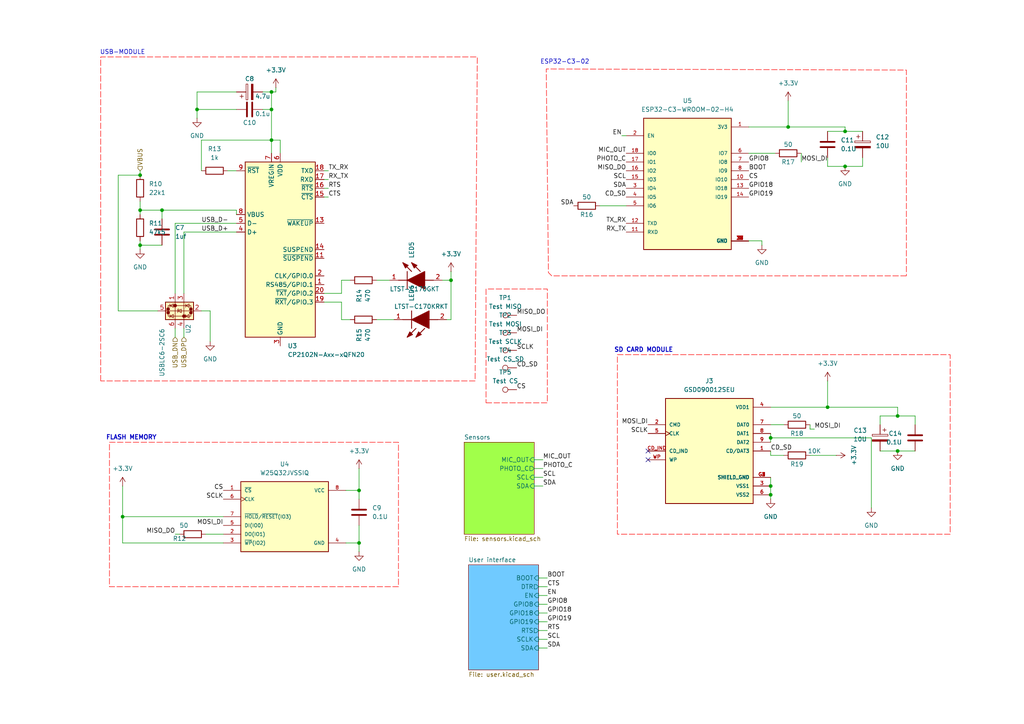
<source format=kicad_sch>
(kicad_sch (version 20250114) (generator "eeschema") (generator_version "9.0")
  (paper "A4")
  (lib_symbols
    (symbol "Connector:TestPoint" (pin_numbers (hide yes)) (pin_names (offset 0.762) (hide yes))
      (property "Reference" "TP" (at 0 6.858 0))
      (property "Value" "TestPoint" (at 0 5.08 0))
      (symbol "TestPoint_0_1"
        (circle (center 0 3.302) (radius 0.762))
      )
      (symbol "TestPoint_1_1"
        (pin passive line (at 0 0 90) (length 2.54) (name "1") (number "1"))
      )
    )
    (symbol "Device:C" (pin_numbers (hide yes)) (pin_names (offset 0.254))
      (property "Reference" "C" (at 0.635 2.54 0))
      (property "Value" "C" (at 0.635 -2.54 0))
      (symbol "C_0_1"
        (polyline (pts (xy -2.032 0.762) (xy 2.032 0.762)) (stroke (width 0.508)))
        (polyline (pts (xy -2.032 -0.762) (xy 2.032 -0.762)) (stroke (width 0.508)))
      )
      (symbol "C_1_1"
        (pin passive line (at 0 3.81 270) (length 2.794) (name "~") (number "1"))
        (pin passive line (at 0 -3.81 90) (length 2.794) (name "~") (number "2"))
      )
    )
    (symbol "Device:C_Polarized" (pin_numbers (hide yes)) (pin_names (offset 0.254))
      (property "Reference" "C" (at 0.635 2.54 0))
      (property "Value" "C_Polarized" (at 0.635 -2.54 0))
      (symbol "C_Polarized_0_1"
        (rectangle (start -2.286 0.508) (end 2.286 1.016))
        (polyline (pts (xy -1.778 2.286) (xy -0.762 2.286)))
        (polyline (pts (xy -1.27 2.794) (xy -1.27 1.778)))
        (rectangle (start 2.286 -0.508) (end -2.286 -1.016) (fill (type outline)))
      )
      (symbol "C_Polarized_1_1"
        (pin passive line (at 0 3.81 270) (length 2.794) (name "~") (number "1"))
        (pin passive line (at 0 -3.81 90) (length 2.794) (name "~") (number "2"))
      )
    )
    (symbol "Device:R" (pin_numbers (hide yes)) (pin_names (offset 0))
      (property "Reference" "R" (at 2.032 0 90))
      (property "Value" "R" (at 0 0 90))
      (symbol "R_0_1"
        (rectangle (start -1.016 -2.54) (end 1.016 2.54) (stroke (width 0.254)))
      )
      (symbol "R_1_1"
        (pin passive line (at 0 3.81 270) (length 1.27) (name "~") (number "1"))
        (pin passive line (at 0 -3.81 90) (length 1.27) (name "~") (number "2"))
      )
    )
    (symbol "ESP32-C3-WROOM-02-H4:ESP32-C3-WROOM-02-H4" (pin_names (offset 1.016))
      (property "Reference" "U" (at -12.7 21.082 0))
      (property "Value" "ESP32-C3-WROOM-02-H4" (at -12.7 -18.542 0))
      (symbol "ESP32-C3-WROOM-02-H4_0_0"
        (rectangle (start -12.7 -17.78) (end 12.7 20.32) (stroke (width 0.254)) (fill (type background)))
        (pin input line (at -17.78 15.24 0) (length 5.08) (name "EN") (number "2"))
        (pin bidirectional line (at -17.78 10.16 0) (length 5.08) (name "IO0") (number "18"))
        (pin bidirectional line (at -17.78 7.62 0) (length 5.08) (name "IO1") (number "17"))
        (pin bidirectional line (at -17.78 5.08 0) (length 5.08) (name "IO2") (number "16"))
        (pin bidirectional line (at -17.78 2.54 0) (length 5.08) (name "IO3") (number "15"))
        (pin bidirectional line (at -17.78 0 0) (length 5.08) (name "IO4") (number "3"))
        (pin bidirectional line (at -17.78 -2.54 0) (length 5.08) (name "IO5") (number "4"))
        (pin bidirectional line (at -17.78 -5.08 0) (length 5.08) (name "IO6") (number "5"))
        (pin bidirectional line (at -17.78 -10.16 0) (length 5.08) (name "TXD") (number "12"))
        (pin bidirectional line (at -17.78 -12.7 0) (length 5.08) (name "RXD") (number "11"))
        (pin power_in line (at 17.78 17.78 180) (length 5.08) (name "3V3") (number "1"))
        (pin bidirectional line (at 17.78 10.16 180) (length 5.08) (name "IO7") (number "6"))
        (pin bidirectional line (at 17.78 7.62 180) (length 5.08) (name "IO8") (number "7"))
        (pin bidirectional line (at 17.78 5.08 180) (length 5.08) (name "IO9") (number "8"))
        (pin bidirectional line (at 17.78 2.54 180) (length 5.08) (name "IO10") (number "10"))
        (pin bidirectional line (at 17.78 0 180) (length 5.08) (name "IO18") (number "13"))
        (pin bidirectional line (at 17.78 -2.54 180) (length 5.08) (name "IO19") (number "14"))
        (pin power_in line (at 17.78 -15.24 180) (length 5.08) (name "GND") (number "19"))
        (pin power_in line (at 17.78 -15.24 180) (length 5.08) (name "GND") (number "20"))
        (pin power_in line (at 17.78 -15.24 180) (length 5.08) (name "GND") (number "21"))
        (pin power_in line (at 17.78 -15.24 180) (length 5.08) (name "GND") (number "22"))
        (pin power_in line (at 17.78 -15.24 180) (length 5.08) (name "GND") (number "23"))
        (pin power_in line (at 17.78 -15.24 180) (length 5.08) (name "GND") (number "24"))
        (pin power_in line (at 17.78 -15.24 180) (length 5.08) (name "GND") (number "25"))
        (pin power_in line (at 17.78 -15.24 180) (length 5.08) (name "GND") (number "26"))
        (pin power_in line (at 17.78 -15.24 180) (length 5.08) (name "GND") (number "27"))
        (pin power_in line (at 17.78 -15.24 180) (length 5.08) (name "GND") (number "28"))
        (pin power_in line (at 17.78 -15.24 180) (length 5.08) (name "GND") (number "29"))
        (pin power_in line (at 17.78 -15.24 180) (length 5.08) (name "GND") (number "30"))
        (pin power_in line (at 17.78 -15.24 180) (length 5.08) (name "GND") (number "31"))
        (pin power_in line (at 17.78 -15.24 180) (length 5.08) (name "GND") (number "32"))
        (pin power_in line (at 17.78 -15.24 180) (length 5.08) (name "GND") (number "33"))
        (pin power_in line (at 17.78 -15.24 180) (length 5.08) (name "GND") (number "34"))
        (pin power_in line (at 17.78 -15.24 180) (length 5.08) (name "GND") (number "35"))
        (pin power_in line (at 17.78 -15.24 180) (length 5.08) (name "GND") (number "36"))
        (pin power_in line (at 17.78 -15.24 180) (length 5.08) (name "GND") (number "37"))
        (pin power_in line (at 17.78 -15.24 180) (length 5.08) (name "GND") (number "38"))
        (pin power_in line (at 17.78 -15.24 180) (length 5.08) (name "GND") (number "39"))
        (pin power_in line (at 17.78 -15.24 180) (length 5.08) (name "GND") (number "9"))
      )
    )
    (symbol "GSD090012SEU:GSD090012SEU" (pin_names (offset 1.016))
      (property "Reference" "J" (at -12.7 16.002 0))
      (property "Value" "GSD090012SEU" (at -12.7 -17.78 0))
      (symbol "GSD090012SEU_0_0"
        (rectangle (start -12.7 -15.24) (end 12.7 15.24) (stroke (width 0.254)) (fill (type background)))
        (pin bidirectional line (at -17.78 7.62 0) (length 5.08) (name "CMD") (number "2"))
        (pin bidirectional clock (at -17.78 5.08 0) (length 5.08) (name "CLK") (number "5"))
        (pin passive line (at -17.78 0 0) (length 5.08) (name "CD_IND") (number "CD_IND"))
        (pin passive line (at -17.78 -2.54 0) (length 5.08) (name "WP") (number "WP"))
        (pin power_in line (at 17.78 12.7 180) (length 5.08) (name "VDD1") (number "4"))
        (pin bidirectional line (at 17.78 7.62 180) (length 5.08) (name "DAT0") (number "7"))
        (pin bidirectional line (at 17.78 5.08 180) (length 5.08) (name "DAT1") (number "8"))
        (pin bidirectional line (at 17.78 2.54 180) (length 5.08) (name "DAT2") (number "9"))
        (pin bidirectional line (at 17.78 0 180) (length 5.08) (name "CD/DAT3") (number "1"))
        (pin power_in line (at 17.78 -7.62 180) (length 5.08) (name "SHIELD_GND") (number "G1"))
        (pin power_in line (at 17.78 -7.62 180) (length 5.08) (name "SHIELD_GND") (number "G2"))
        (pin power_in line (at 17.78 -7.62 180) (length 5.08) (name "SHIELD_GND") (number "G3"))
        (pin power_in line (at 17.78 -7.62 180) (length 5.08) (name "SHIELD_GND") (number "G4"))
        (pin power_in line (at 17.78 -10.16 180) (length 5.08) (name "VSS1") (number "3"))
        (pin power_in line (at 17.78 -12.7 180) (length 5.08) (name "VSS2") (number "6"))
      )
    )
    (symbol "Interface_USB:CP2102N-Axx-xQFN20"
      (property "Reference" "U" (at -8.89 26.67 0))
      (property "Value" "CP2102N-Axx-xQFN20" (at 12.7 26.67 0))
      (symbol "CP2102N-Axx-xQFN20_0_1"
        (rectangle (start -10.16 25.4) (end 10.16 -25.4) (stroke (width 0.254)) (fill (type background)))
      )
      (symbol "CP2102N-Axx-xQFN20_1_1"
        (pin input line (at -12.7 22.86 0) (length 2.54) (name "~{RST}") (number "9"))
        (pin input line (at -12.7 10.16 0) (length 2.54) (name "VBUS") (number "8"))
        (pin bidirectional line (at -12.7 7.62 0) (length 2.54) (name "D-") (number "5"))
        (pin bidirectional line (at -12.7 5.08 0) (length 2.54) (name "D+") (number "4"))
        (pin no_connect line (at -10.16 -22.86 0) (length 2.54) (hide yes) (name "NC") (number "10"))
        (pin power_in line (at -2.54 27.94 270) (length 2.54) (name "VREGIN") (number "7"))
        (pin power_in line (at 0 27.94 270) (length 2.54) (name "VDD") (number "6"))
        (pin passive line (at 0 -27.94 90) (length 2.54) (hide yes) (name "GND") (number "12"))
        (pin passive line (at 0 -27.94 90) (length 2.54) (hide yes) (name "GND") (number "21"))
        (pin power_in line (at 0 -27.94 90) (length 2.54) (name "GND") (number "3"))
        (pin output line (at 12.7 22.86 180) (length 2.54) (name "TXD") (number "18"))
        (pin input line (at 12.7 20.32 180) (length 2.54) (name "RXD") (number "17"))
        (pin output line (at 12.7 17.78 180) (length 2.54) (name "~{RTS}") (number "16"))
        (pin input line (at 12.7 15.24 180) (length 2.54) (name "~{CTS}") (number "15"))
        (pin input line (at 12.7 7.62 180) (length 2.54) (name "~{WAKEUP}") (number "13"))
        (pin output line (at 12.7 0 180) (length 2.54) (name "SUSPEND") (number "14"))
        (pin output line (at 12.7 -2.54 180) (length 2.54) (name "~{SUSPEND}") (number "11"))
        (pin bidirectional line (at 12.7 -7.62 180) (length 2.54) (name "CLK/GPIO.0") (number "2"))
        (pin bidirectional line (at 12.7 -10.16 180) (length 2.54) (name "RS485/GPIO.1") (number "1"))
        (pin bidirectional line (at 12.7 -12.7 180) (length 2.54) (name "~{TXT}/GPIO.2") (number "20"))
        (pin bidirectional line (at 12.7 -15.24 180) (length 2.54) (name "~{RXT}/GPIO.3") (number "19"))
      )
    )
    (symbol "LTST-C170GKT:LTST-C170GKT" (pin_names (hide yes))
      (property "Reference" "LED" (at 12.7 8.89 0))
      (property "Value" "LTST-C170GKT" (at 12.7 6.35 0))
      (symbol "LTST-C170GKT_1_1"
        (polyline (pts (xy 2.54 0) (xy 5.08 0)) (stroke (width 0.254)))
        (polyline (pts (xy 5.08 2.54) (xy 5.08 -2.54)) (stroke (width 0.254)))
        (polyline (pts (xy 5.08 0) (xy 10.16 2.54) (xy 10.16 -2.54) (xy 5.08 0)) (stroke (width 0.254)) (fill (type outline)))
        (polyline (pts (xy 5.334 4.318) (xy 4.572 3.556) (xy 3.81 5.08) (xy 5.334 4.318)) (stroke (width 0.254)) (fill (type outline)))
        (polyline (pts (xy 6.35 2.54) (xy 3.81 5.08)) (stroke (width 0.254)))
        (polyline (pts (xy 7.874 4.318) (xy 7.112 3.556) (xy 6.35 5.08) (xy 7.874 4.318)) (stroke (width 0.254)) (fill (type outline)))
        (polyline (pts (xy 8.89 2.54) (xy 6.35 5.08)) (stroke (width 0.254)))
        (polyline (pts (xy 10.16 0) (xy 12.7 0)) (stroke (width 0.254)))
        (pin passive line (at 0 0 0) (length 2.54) (name "K") (number "1"))
        (pin passive line (at 15.24 0 180) (length 2.54) (name "A") (number "2"))
      )
    )
    (symbol "LTST-C170KRKT:LTST-C170KRKT" (pin_names (hide yes))
      (property "Reference" "LED" (at 12.7 8.89 0))
      (property "Value" "LTST-C170KRKT" (at 12.7 6.35 0))
      (symbol "LTST-C170KRKT_1_1"
        (polyline (pts (xy 2.54 0) (xy 5.08 0)) (stroke (width 0.254)))
        (polyline (pts (xy 5.08 2.54) (xy 5.08 -2.54)) (stroke (width 0.254)))
        (polyline (pts (xy 5.08 0) (xy 10.16 2.54) (xy 10.16 -2.54) (xy 5.08 0)) (stroke (width 0.254)) (fill (type outline)))
        (polyline (pts (xy 5.334 4.318) (xy 4.572 3.556) (xy 3.81 5.08) (xy 5.334 4.318)) (stroke (width 0.254)) (fill (type outline)))
        (polyline (pts (xy 6.35 2.54) (xy 3.81 5.08)) (stroke (width 0.254)))
        (polyline (pts (xy 7.874 4.318) (xy 7.112 3.556) (xy 6.35 5.08) (xy 7.874 4.318)) (stroke (width 0.254)) (fill (type outline)))
        (polyline (pts (xy 8.89 2.54) (xy 6.35 5.08)) (stroke (width 0.254)))
        (polyline (pts (xy 10.16 0) (xy 12.7 0)) (stroke (width 0.254)))
        (pin passive line (at 0 0 0) (length 2.54) (name "K") (number "1"))
        (pin passive line (at 15.24 0 180) (length 2.54) (name "A") (number "2"))
      )
    )
    (symbol "Power_Protection:USBLC6-2SC6" (pin_names (hide yes))
      (property "Reference" "U" (at 0.635 5.715 0))
      (property "Value" "USBLC6-2SC6" (at 0.635 3.81 0))
      (symbol "USBLC6-2SC6_0_0"
        (circle (center -1.524 0) (radius 0.0001) (stroke (width 0.508)))
        (circle (center -0.508 2.032) (radius 0.0001) (stroke (width 0.508)))
        (circle (center -0.508 -4.572) (radius 0.0001) (stroke (width 0.508)))
        (circle (center 0.508 2.032) (radius 0.0001) (stroke (width 0.508)))
        (circle (center 0.508 -4.572) (radius 0.0001) (stroke (width 0.508)))
        (circle (center 1.524 -2.54) (radius 0.0001) (stroke (width 0.508)))
      )
      (symbol "USBLC6-2SC6_0_1"
        (polyline (pts (xy -2.54 0) (xy 2.54 0)))
        (polyline (pts (xy -2.54 -2.54) (xy 2.54 -2.54)))
        (polyline (pts (xy -2.032 0.508) (xy -1.016 0.508) (xy -1.524 1.524) (xy -2.032 0.508)))
        (polyline (pts (xy -2.032 -3.048) (xy -1.016 -3.048)))
        (polyline (pts (xy -1.016 1.524) (xy -2.032 1.524)))
        (polyline (pts (xy -1.016 -4.064) (xy -2.032 -4.064) (xy -1.524 -3.048) (xy -1.016 -4.064)))
        (polyline (pts (xy -0.508 -1.143) (xy -0.508 -0.762) (xy 0.508 -0.762)))
        (polyline (pts (xy 0 2.54) (xy -0.508 2.032) (xy 0.508 2.032) (xy 0 1.524) (xy 0 -4.064) (xy -0.508 -4.572) (xy 0.508 -4.572) (xy 0 -5.08)))
        (polyline (pts (xy 0.508 -1.778) (xy -0.508 -1.778) (xy 0 -0.762) (xy 0.508 -1.778)))
        (polyline (pts (xy 1.016 1.524) (xy 2.032 1.524)))
        (polyline (pts (xy 1.016 -3.048) (xy 2.032 -3.048)))
        (polyline (pts (xy 2.032 0.508) (xy 1.016 0.508) (xy 1.524 1.524) (xy 2.032 0.508)))
        (polyline (pts (xy 2.032 -4.064) (xy 1.016 -4.064) (xy 1.524 -3.048) (xy 2.032 -4.064)))
      )
      (symbol "USBLC6-2SC6_1_1"
        (rectangle (start -2.54 2.794) (end 2.54 -5.334) (stroke (width 0.254)) (fill (type background)))
        (polyline (pts (xy -0.508 2.032) (xy -1.524 2.032) (xy -1.524 -4.572) (xy -0.508 -4.572)))
        (polyline (pts (xy 0.508 -4.572) (xy 1.524 -4.572) (xy 1.524 2.032) (xy 0.508 2.032)))
        (pin passive line (at -5.08 0 0) (length 2.54) (name "I/O1") (number "1"))
        (pin passive line (at -5.08 -2.54 0) (length 2.54) (name "I/O2") (number "3"))
        (pin passive line (at 0 5.08 270) (length 2.54) (name "VBUS") (number "5"))
        (pin passive line (at 0 -7.62 90) (length 2.54) (name "GND") (number "2"))
        (pin passive line (at 5.08 0 180) (length 2.54) (name "I/O1") (number "6"))
        (pin passive line (at 5.08 -2.54 180) (length 2.54) (name "I/O2") (number "4"))
      )
    )
    (symbol "W25Q32JVSSIQ:W25Q32JVSSIQ" (pin_names (offset 1.016))
      (property "Reference" "U" (at -12.4723 10.945 0))
      (property "Value" "W25Q32JVSSIQ" (at -12.4744 -12.2198 0))
      (symbol "W25Q32JVSSIQ_0_0"
        (rectangle (start -12.7 -10.16) (end 12.7 10.16) (stroke (width 0.254)) (fill (type background)))
        (pin input line (at -17.78 7.62 0) (length 5.08) (name "~{CS}") (number "1"))
        (pin input clock (at -17.78 5.08 0) (length 5.08) (name "CLK") (number "6"))
        (pin bidirectional line (at -17.78 0 0) (length 5.08) (name "~{HOLD}/~{RESET}(IO3)") (number "7"))
        (pin bidirectional line (at -17.78 -2.54 0) (length 5.08) (name "DI(IO0)") (number "5"))
        (pin bidirectional line (at -17.78 -5.08 0) (length 5.08) (name "DO(IO1)") (number "2"))
        (pin bidirectional line (at -17.78 -7.62 0) (length 5.08) (name "~{WP}(IO2)") (number "3"))
        (pin power_in line (at 17.78 7.62 180) (length 5.08) (name "VCC") (number "8"))
        (pin power_in line (at 17.78 -7.62 180) (length 5.08) (name "GND") (number "4"))
      )
    )
    (symbol "power:+3.3V" (power) (pin_numbers (hide yes)) (pin_names (offset 0) (hide yes))
      (property "Value" "+3.3V" (at 0 3.556 0))
      (symbol "+3.3V_0_1"
        (polyline (pts (xy -0.762 1.27) (xy 0 2.54)))
        (polyline (pts (xy 0 2.54) (xy 0.762 1.27)))
        (polyline (pts (xy 0 0) (xy 0 2.54)))
      )
      (symbol "+3.3V_1_1"
        (pin power_in line (at 0 0 90) (length 0) (name "~") (number "1"))
      )
    )
    (symbol "power:GND" (power) (pin_numbers (hide yes)) (pin_names (offset 0) (hide yes))
      (property "Value" "GND" (at 0 -3.81 0))
      (symbol "GND_0_1"
        (polyline (pts (xy 0 0) (xy 0 -1.27) (xy 1.27 -1.27) (xy 0 -2.54) (xy -1.27 -1.27) (xy 0 -1.27)))
      )
      (symbol "GND_1_1"
        (pin power_in line (at 0 0 270) (length 0) (name "~") (number "1"))
      )
    )
  )
  (text "SD CARD MODULE\n" (at 186.69 101.6 0) (effects (font (size 1.27 1.27) (thickness 0.254) (bold yes))))
  (text "ESP32-C3-02\n\n" (at 163.83 19.05 0) (effects (font (size 1.27 1.27))))
  (text "FLASH MEMORY\n" (at 38.1 127 0) (effects (font (size 1.27 1.27) (thickness 0.254) (bold yes))))
  (text "USB-MODULE\n" (at 35.56 15.24 0) (effects (font (size 1.27 1.27))))
  (junction (at 40.64 50.8))
  (junction (at 245.11 48.26))
  (junction (at 104.14 142.24))
  (junction (at 228.6 36.83))
  (junction (at 130.81 81.28))
  (junction (at 223.52 127))
  (junction (at 260.35 120.65))
  (junction (at 46.99 60.96))
  (junction (at 245.11 38.1))
  (junction (at 78.74 40.64))
  (junction (at 35.56 149.86))
  (junction (at 40.64 71.12))
  (junction (at 260.35 130.81))
  (junction (at 78.74 31.75))
  (junction (at 78.74 26.67))
  (junction (at 223.52 140.97))
  (junction (at 104.14 157.48))
  (junction (at 57.15 31.75))
  (junction (at 240.03 118.11))
  (junction (at 40.64 60.96))
  (junction (at 223.52 143.51))
  (no_connect (at 187.96 133.35))
  (no_connect (at 187.96 130.81))
  (wire (pts (xy 156.21 170.18) (xy 158.75 170.18)))
  (wire (pts (xy 245.11 38.1) (xy 250.19 38.1)))
  (wire (pts (xy 78.74 40.64) (xy 78.74 44.45)))
  (wire (pts (xy 66.04 49.53) (xy 68.58 49.53)))
  (wire (pts (xy 40.64 60.96) (xy 40.64 62.23)))
  (wire (pts (xy 173.99 59.69) (xy 181.61 59.69)))
  (wire (pts (xy 104.14 157.48) (xy 104.14 160.02)))
  (wire (pts (xy 78.74 31.75) (xy 78.74 40.64)))
  (wire (pts (xy 217.17 36.83) (xy 228.6 36.83)))
  (wire (pts (xy 223.52 130.81) (xy 223.52 132.08)))
  (wire (pts (xy 245.11 38.1) (xy 240.03 38.1)))
  (wire (pts (xy 154.94 138.43) (xy 157.48 138.43)))
  (wire (pts (xy 109.22 81.28) (xy 113.03 81.28)))
  (wire (pts (xy 223.52 125.73) (xy 223.52 127)))
  (wire (pts (xy 58.42 49.53) (xy 58.42 40.64)))
  (wire (pts (xy 240.03 45.72) (xy 240.03 48.26)))
  (wire (pts (xy 99.06 87.63) (xy 93.98 87.63)))
  (wire (pts (xy 252.73 147.32) (xy 252.73 127)))
  (wire (pts (xy 260.35 118.11) (xy 260.35 120.65)))
  (wire (pts (xy 46.99 60.96) (xy 68.58 60.96)))
  (wire (pts (xy 156.21 187.96) (xy 158.75 187.96)))
  (wire (pts (xy 99.06 87.63) (xy 99.06 92.71)))
  (wire (pts (xy 53.34 67.31) (xy 53.34 85.09)))
  (wire (pts (xy 260.35 130.81) (xy 265.43 130.81)))
  (wire (pts (xy 35.56 149.86) (xy 35.56 157.48)))
  (wire (pts (xy 76.2 31.75) (xy 78.74 31.75)))
  (wire (pts (xy 57.15 31.75) (xy 57.15 34.29)))
  (wire (pts (xy 223.52 127) (xy 223.52 128.27)))
  (wire (pts (xy 34.29 50.8) (xy 40.64 50.8)))
  (wire (pts (xy 220.98 69.85) (xy 220.98 71.12)))
  (wire (pts (xy 130.81 81.28) (xy 130.81 92.71)))
  (wire (pts (xy 242.57 132.08) (xy 234.95 132.08)))
  (wire (pts (xy 109.22 92.71) (xy 114.3 92.71)))
  (wire (pts (xy 50.8 95.25) (xy 50.8 97.79)))
  (wire (pts (xy 50.8 85.09) (xy 50.8 64.77)))
  (wire (pts (xy 245.11 36.83) (xy 245.11 38.1)))
  (wire (pts (xy 156.21 167.64) (xy 158.75 167.64)))
  (wire (pts (xy 50.8 154.94) (xy 52.07 154.94)))
  (wire (pts (xy 234.95 124.46) (xy 234.95 123.19)))
  (wire (pts (xy 180.34 39.37) (xy 181.61 39.37)))
  (wire (pts (xy 35.56 149.86) (xy 64.77 149.86)))
  (wire (pts (xy 99.06 81.28) (xy 101.6 81.28)))
  (wire (pts (xy 240.03 118.11) (xy 260.35 118.11)))
  (wire (pts (xy 223.52 132.08) (xy 227.33 132.08)))
  (wire (pts (xy 45.72 90.17) (xy 34.29 90.17)))
  (wire (pts (xy 265.43 123.19) (xy 265.43 120.65)))
  (wire (pts (xy 255.27 120.65) (xy 255.27 123.19)))
  (wire (pts (xy 99.06 92.71) (xy 101.6 92.71)))
  (wire (pts (xy 80.01 25.4) (xy 80.01 26.67)))
  (wire (pts (xy 104.14 152.4) (xy 104.14 157.48)))
  (wire (pts (xy 245.11 48.26) (xy 250.19 48.26)))
  (wire (pts (xy 99.06 85.09) (xy 99.06 81.28)))
  (wire (pts (xy 223.52 143.51) (xy 223.52 144.78)))
  (wire (pts (xy 68.58 60.96) (xy 68.58 62.23)))
  (wire (pts (xy 228.6 29.21) (xy 228.6 36.83)))
  (wire (pts (xy 128.27 81.28) (xy 130.81 81.28)))
  (wire (pts (xy 252.73 127) (xy 223.52 127)))
  (wire (pts (xy 154.94 140.97) (xy 157.48 140.97)))
  (wire (pts (xy 130.81 78.74) (xy 130.81 81.28)))
  (wire (pts (xy 228.6 36.83) (xy 245.11 36.83)))
  (wire (pts (xy 130.81 92.71) (xy 129.54 92.71)))
  (wire (pts (xy 223.52 138.43) (xy 223.52 140.97)))
  (wire (pts (xy 156.21 175.26) (xy 158.75 175.26)))
  (wire (pts (xy 78.74 40.64) (xy 81.28 40.64)))
  (wire (pts (xy 76.2 26.67) (xy 78.74 26.67)))
  (wire (pts (xy 154.94 133.35) (xy 157.48 133.35)))
  (wire (pts (xy 93.98 49.53) (xy 95.25 49.53)))
  (wire (pts (xy 93.98 57.15) (xy 95.25 57.15)))
  (wire (pts (xy 40.64 71.12) (xy 40.64 72.39)))
  (wire (pts (xy 64.77 157.48) (xy 35.56 157.48)))
  (wire (pts (xy 232.41 44.45) (xy 232.41 46.99)))
  (wire (pts (xy 93.98 52.07) (xy 95.25 52.07)))
  (wire (pts (xy 53.34 95.25) (xy 53.34 97.79)))
  (wire (pts (xy 93.98 85.09) (xy 99.06 85.09)))
  (wire (pts (xy 260.35 120.65) (xy 265.43 120.65)))
  (wire (pts (xy 240.03 110.49) (xy 240.03 118.11)))
  (wire (pts (xy 40.64 71.12) (xy 46.99 71.12)))
  (wire (pts (xy 34.29 90.17) (xy 34.29 50.8)))
  (wire (pts (xy 57.15 26.67) (xy 57.15 31.75)))
  (wire (pts (xy 40.64 69.85) (xy 40.64 71.12)))
  (wire (pts (xy 223.52 118.11) (xy 240.03 118.11)))
  (wire (pts (xy 156.21 182.88) (xy 158.75 182.88)))
  (wire (pts (xy 58.42 40.64) (xy 78.74 40.64)))
  (wire (pts (xy 57.15 31.75) (xy 68.58 31.75)))
  (wire (pts (xy 40.64 60.96) (xy 46.99 60.96)))
  (wire (pts (xy 68.58 26.67) (xy 57.15 26.67)))
  (wire (pts (xy 223.52 140.97) (xy 223.52 143.51)))
  (wire (pts (xy 156.21 172.72) (xy 158.75 172.72)))
  (wire (pts (xy 224.79 44.45) (xy 217.17 44.45)))
  (wire (pts (xy 217.17 69.85) (xy 220.98 69.85)))
  (wire (pts (xy 46.99 60.96) (xy 46.99 63.5)))
  (wire (pts (xy 100.33 142.24) (xy 104.14 142.24)))
  (wire (pts (xy 260.35 120.65) (xy 255.27 120.65)))
  (wire (pts (xy 50.8 64.77) (xy 68.58 64.77)))
  (wire (pts (xy 60.96 90.17) (xy 60.96 99.06)))
  (wire (pts (xy 223.52 123.19) (xy 227.33 123.19)))
  (wire (pts (xy 80.01 26.67) (xy 78.74 26.67)))
  (wire (pts (xy 104.14 135.89) (xy 104.14 142.24)))
  (wire (pts (xy 240.03 48.26) (xy 245.11 48.26)))
  (wire (pts (xy 154.94 135.89) (xy 157.48 135.89)))
  (wire (pts (xy 250.19 48.26) (xy 250.19 45.72)))
  (wire (pts (xy 78.74 26.67) (xy 78.74 31.75)))
  (wire (pts (xy 58.42 90.17) (xy 60.96 90.17)))
  (wire (pts (xy 156.21 180.34) (xy 158.75 180.34)))
  (wire (pts (xy 40.64 49.53) (xy 40.64 50.8)))
  (wire (pts (xy 236.22 124.46) (xy 234.95 124.46)))
  (wire (pts (xy 156.21 185.42) (xy 158.75 185.42)))
  (wire (pts (xy 68.58 67.31) (xy 53.34 67.31)))
  (wire (pts (xy 100.33 157.48) (xy 104.14 157.48)))
  (wire (pts (xy 40.64 58.42) (xy 40.64 60.96)))
  (wire (pts (xy 255.27 130.81) (xy 260.35 130.81)))
  (wire (pts (xy 104.14 142.24) (xy 104.14 144.78)))
  (wire (pts (xy 59.69 154.94) (xy 64.77 154.94)))
  (wire (pts (xy 93.98 54.61) (xy 95.25 54.61)))
  (wire (pts (xy 156.21 177.8) (xy 158.75 177.8)))
  (wire (pts (xy 35.56 140.97) (xy 35.56 149.86)))
  (wire (pts (xy 81.28 44.45) (xy 81.28 40.64)))
  (label "MISO_DO" (at 50.8 154.94 180))
  (label "USB_D+" (at 58.42 67.31 0))
  (label "CTS" (at 158.75 170.18 0))
  (label "CD_SD" (at 181.61 57.15 180))
  (label "SCL" (at 181.61 52.07 180))
  (label "SDA" (at 157.48 140.97 0))
  (label "GPIO8" (at 158.75 175.26 0))
  (label "SCLK" (at 149.86 101.6 0))
  (label "MISO_DO" (at 149.86 91.44 0))
  (label "MOSI_DI" (at 232.41 46.99 0))
  (label "SDA" (at 181.61 54.61 180))
  (label "MOSI_DI" (at 236.22 124.46 0))
  (label "RTS" (at 95.25 54.61 0))
  (label "CD_SD" (at 149.86 106.68 0))
  (label "MIC_OUT" (at 181.61 44.45 180))
  (label "CD_SD" (at 223.52 130.81 0))
  (label "EN" (at 180.34 39.37 180))
  (label "PHOTO_C" (at 157.48 135.89 0))
  (label "SCL" (at 158.75 185.42 0))
  (label "RX_TX" (at 181.61 67.31 180))
  (label "GPIO19" (at 158.75 180.34 0))
  (label "TX_RX" (at 181.61 64.77 180))
  (label "CS" (at 64.77 142.24 180))
  (label "SCL" (at 157.48 138.43 0))
  (label "BOOT" (at 217.17 49.53 0))
  (label "RTS" (at 158.75 182.88 0))
  (label "MOSI_DI" (at 187.96 123.19 180))
  (label "MOSI_DI" (at 64.77 152.4 180))
  (label "USB_D-" (at 58.42 64.77 0))
  (label "EN" (at 158.75 172.72 0))
  (label "CTS" (at 95.25 57.15 0))
  (label "CS" (at 149.86 113.03 0))
  (label "SDA" (at 166.37 59.69 180))
  (label "MIC_OUT" (at 157.48 133.35 0))
  (label "CS" (at 217.17 52.07 0))
  (label "SCLK" (at 187.96 125.73 180))
  (label "GPIO8" (at 217.17 46.99 0))
  (label "RX_TX" (at 95.25 52.07 0))
  (label "SCLK" (at 64.77 144.78 180))
  (label "MISO_DO" (at 181.61 49.53 180))
  (label "PHOTO_C" (at 181.61 46.99 180))
  (label "TX_RX" (at 95.25 49.53 0))
  (label "MOSI_DI" (at 149.86 96.52 0))
  (label "GPIO19" (at 217.17 57.15 0))
  (label "GPIO18" (at 217.17 54.61 0))
  (label "BOOT" (at 158.75 167.64 0))
  (label "SDA" (at 158.75 187.96 0))
  (label "GPIO18" (at 158.75 177.8 0))
  (hierarchical_label "USB_DP" (shape input) (at 53.34 97.79 270))
  (hierarchical_label "VBUS" (shape input) (at 40.64 49.53 90))
  (hierarchical_label "USB_DN" (shape input) (at 50.8 97.79 270))
  (rule_area (polyline (pts (xy 275.59 154.94) (xy 179.07 154.94) (xy 179.07 102.87) (xy 275.59 102.87)) (stroke (width 0) (type dash))))
  (rule_area (polyline (pts (xy 262.89 80.01) (xy 160.02 80.01) (xy 159.0674 79.0574) (xy 158.4324 20.0024) (xy 262.89 20.32)) (stroke (width 0) (type dash))))
  (rule_area (polyline (pts (xy 29.21 110.49) (xy 29.21 106.68) (xy 29.21 16.51) (xy 138.43 16.51) (xy 137.795 110.49)) (stroke (width 0) (type dash))))
  (rule_area (polyline (pts (xy 140.97 116.84) (xy 158.75 116.84) (xy 158.75 83.82) (xy 140.97 83.82)) (stroke (width 0) (type dash))))
  (rule_area (polyline (pts (xy 115.57 170.18) (xy 31.75 170.18) (xy 31.75 128.27) (xy 115.57 128.27)) (stroke (width 0) (type dash))))
  (symbol (lib_id "Device:R") (at 105.41 92.71 270) (mirror x) (unit 1)
    (property "Reference" "R15" (at 104.1399 95.25 0) (effects (justify right)))
    (property "Value" "470" (at 106.6799 95.25 0) (effects (justify right)))
    (property "Footprint" "Resistor_SMD:R_0805_2012Metric" (effects (hide yes)))
    (property "Description" "Resistor" (effects (hide yes)))
  )
  (symbol (lib_id "power:GND") (at 40.64 72.39 0) (unit 1)
    (property "Reference" "#PWR020" (effects (hide yes)))
    (property "Value" "GND" (at 40.64 77.47 0))
    (property "Description" "Power symbol creates a global label with name \"GND\" , ground" (effects (hide yes)))
  )
  (symbol (lib_id "power:+3.3V") (at 80.01 25.4 0) (unit 1)
    (property "Reference" "#PWR021" (effects (hide yes)))
    (property "Value" "+3.3V" (at 80.01 20.32 0))
    (property "Description" "Power symbol creates a global label with name \"+3.3V\"" (effects (hide yes)))
  )
  (symbol (lib_id "Device:C_Polarized") (at 72.39 26.67 90) (unit 1)
    (property "Reference" "C8" (at 72.39 22.86 90))
    (property "Value" "4.7u" (at 76.2 27.94 90))
    (property "Footprint" "ESP32_Footprints:T491A" (effects (hide yes)))
    (property "Description" "Polarized capacitor" (effects (hide yes)))
  )
  (symbol (lib_id "Device:R") (at 40.64 54.61 0) (unit 1)
    (property "Reference" "R10" (at 43.18 53.3399 0) (effects (justify left)))
    (property "Value" "22k1" (at 43.18 55.8799 0) (effects (justify left)))
    (property "Footprint" "Resistor_SMD:R_0805_2012Metric" (effects (hide yes)))
    (property "Description" "Resistor" (effects (hide yes)))
  )
  (symbol (lib_id "Device:C") (at 46.99 67.31 0) (unit 1)
    (property "Reference" "C7" (at 50.8 66.0399 0) (effects (justify left)))
    (property "Value" "1uf" (at 50.8 68.5799 0) (effects (justify left)))
    (property "Footprint" "Capacitor_SMD:C_0805_2012Metric" (effects (hide yes)))
    (property "Description" "Unpolarized capacitor" (effects (hide yes)))
  )
  (symbol (lib_id "ESP32-C3-WROOM-02-H4:ESP32-C3-WROOM-02-H4") (at 199.39 54.61 0) (unit 1)
    (property "Reference" "U5" (at 199.39 29.21 0))
    (property "Value" "ESP32-C3-WROOM-02-H4" (at 199.39 31.75 0))
    (property "Footprint" "ESP32_Footprints:MODULE_ESP32-C3-WROOM-02-H4" (effects (hide yes)))
    (property "MF" "Espressif Systems" (effects (hide yes)))
    (property "Description_1" "WiFi Modules (802.11) (Engineering Samples) SMD module, ESP32-C3, 4MB SPI flash, PCB antenna, -40 C +105 C" (effects (hide yes)))
    (property "Package" "Package" (effects (hide yes)))
    (property "Price" "None" (effects (hide yes)))
    (property "Check_prices" "https://www.snapeda.com/parts/ESP32-C3-WROOM-02-H4/Espressif+Systems/view-part/?ref=eda" (effects (hide yes)))
    (property "SnapEDA_Link" "https://www.snapeda.com/parts/ESP32-C3-WROOM-02-H4/Espressif+Systems/view-part/?ref=snap" (effects (hide yes)))
    (property "MP" "ESP32-C3-WROOM-02-H4" (effects (hide yes)))
    (property "Availability" "In Stock" (effects (hide yes)))
    (property "Purchase-URL" "https://pricing.snapeda.com/search/part/ESP32-C3-WROOM-02-H4/?ref=eda" (effects (hide yes)))
  )
  (symbol (lib_id "LTST-C170KRKT:LTST-C170KRKT") (at 114.3 92.71 0) (mirror x) (unit 1)
    (property "Reference" "LED6" (at 119.3799 82.55 90) (effects (justify left)))
    (property "Value" "LTST-C170KRKT" (at 114.3 88.9 0) (effects (justify left)))
    (property "Footprint" "ESP32_Footprints:LEDC2012X120N" (effects (hide yes)))
    (property "Datasheet" "https://componentsearchengine.com/Datasheets/1/LTST-C170KRKT.pdf" (effects (hide yes)))
    (property "Description" "Standard LEDs - SMD Red Clear 631nm" (effects (hide yes)))
    (property "Height" "1.2" (effects (hide yes)))
    (property "Manufacturer_Name" "Lite-On" (effects (hide yes)))
    (property "Manufacturer_Part_Number" "LTST-C170KRKT" (effects (hide yes)))
    (property "Mouser Part Number" "859-LTST-C170KRKT" (effects (hide yes)))
    (property "Mouser Price/Stock" "https://www.mouser.co.uk/ProductDetail/Lite-On/LTST-C170KRKT?qs=NUb82WqeCyrVOID%2Fxt4rgA%3D%3D" (effects (hide yes)))
    (property "Arrow Part Number" "LTST-C170KRKT" (effects (hide yes)))
    (property "Arrow Price/Stock" "https://www.arrow.com/en/products/ltst-c170krkt/lite-on-technology?utm_currency=USD&region=nac" (effects (hide yes)))
  )
  (symbol (lib_id "power:GND") (at 104.14 160.02 0) (unit 1)
    (property "Reference" "#PWR033" (effects (hide yes)))
    (property "Value" "GND" (at 104.14 165.1 0))
    (property "Description" "Power symbol creates a global label with name \"GND\" , ground" (effects (hide yes)))
  )
  (symbol (lib_id "power:GND") (at 220.98 71.12 0) (unit 1)
    (property "Reference" "#PWR024" (effects (hide yes)))
    (property "Value" "GND" (at 220.98 76.2 0))
    (property "Description" "Power symbol creates a global label with name \"GND\" , ground" (effects (hide yes)))
  )
  (symbol (lib_id "Device:R") (at 55.88 154.94 270) (mirror x) (unit 1)
    (property "Reference" "R12" (at 52.07 156.21 90))
    (property "Value" "50" (at 53.34 152.4 90))
    (property "Footprint" "Resistor_SMD:R_0805_2012Metric" (effects (hide yes)))
    (property "Description" "Resistor" (effects (hide yes)))
  )
  (symbol (lib_id "power:GND") (at 260.35 130.81 0) (unit 1)
    (property "Reference" "#PWR027" (effects (hide yes)))
    (property "Value" "GND" (at 260.35 135.89 0))
    (property "Description" "Power symbol creates a global label with name \"GND\" , ground" (effects (hide yes)))
  )
  (symbol (lib_id "Device:C_Polarized") (at 255.27 127 0) (mirror y) (unit 1)
    (property "Reference" "C13" (at 251.46 124.8409 0) (effects (justify left)))
    (property "Value" "10U" (at 251.46 127.3809 0) (effects (justify left)))
    (property "Footprint" "ESP32_Footprints:T491A" (effects (hide yes)))
    (property "Description" "Polarized capacitor" (effects (hide yes)))
  )
  (symbol (lib_id "Device:C_Polarized") (at 250.19 41.91 0) (unit 1)
    (property "Reference" "C12" (at 254 39.7509 0) (effects (justify left)))
    (property "Value" "10U" (at 254 42.2909 0) (effects (justify left)))
    (property "Footprint" "ESP32_Footprints:T491A" (effects (hide yes)))
    (property "Description" "Polarized capacitor" (effects (hide yes)))
  )
  (symbol (lib_id "Device:C") (at 265.43 127 0) (mirror y) (unit 1)
    (property "Reference" "C14" (at 261.62 125.7299 0) (effects (justify left)))
    (property "Value" "0.1U" (at 261.62 128.2699 0) (effects (justify left)))
    (property "Footprint" "Capacitor_SMD:C_0805_2012Metric" (effects (hide yes)))
    (property "Description" "Unpolarized capacitor" (effects (hide yes)))
  )
  (symbol (lib_id "power:GND") (at 57.15 34.29 0) (unit 1)
    (property "Reference" "#PWR022" (effects (hide yes)))
    (property "Value" "GND" (at 57.15 39.37 0))
    (property "Description" "Power symbol creates a global label with name \"GND\" , ground" (effects (hide yes)))
  )
  (symbol (lib_id "Connector:TestPoint") (at 149.86 96.52 90) (unit 1)
    (property "Reference" "TP2" (at 146.558 91.44 90))
    (property "Value" "Test MOSI" (at 146.558 93.98 90))
    (property "Footprint" "TestPoint:TestPoint_Pad_D1.0mm" (effects (hide yes)))
    (property "Description" "test point" (effects (hide yes)))
  )
  (symbol (lib_id "Connector:TestPoint") (at 149.86 101.6 90) (unit 1)
    (property "Reference" "TP3" (at 146.558 96.52 90))
    (property "Value" "Test SCLK" (at 146.558 99.06 90))
    (property "Footprint" "TestPoint:TestPoint_Pad_D1.0mm" (effects (hide yes)))
    (property "Description" "test point" (effects (hide yes)))
  )
  (symbol (lib_id "power:GND") (at 223.52 144.78 0) (unit 1)
    (property "Reference" "#PWR031" (effects (hide yes)))
    (property "Value" "GND" (at 223.52 149.86 0))
    (property "Description" "Power symbol creates a global label with name \"GND\" , ground" (effects (hide yes)))
  )
  (symbol (lib_id "power:+3.3V") (at 240.03 110.49 0) (unit 1)
    (property "Reference" "#PWR028" (effects (hide yes)))
    (property "Value" "+3.3V" (at 240.03 105.41 0))
    (property "Description" "Power symbol creates a global label with name \"+3.3V\"" (effects (hide yes)))
  )
  (symbol (lib_id "GSD090012SEU:GSD090012SEU") (at 205.74 130.81 0) (unit 1)
    (property "Reference" "J3" (at 205.74 110.49 0))
    (property "Value" "GSD090012SEU" (at 205.74 113.03 0))
    (property "Footprint" "ESP32_Footprints:AMPHENOL_GSD090012SEU" (effects (hide yes)))
    (property "MF" "Amphenol" (effects (hide yes)))
    (property "MAXIMUM_PACKAGE_HEIGHT" "2.95mm" (effects (hide yes)))
    (property "Package" "None" (effects (hide yes)))
    (property "Price" "None" (effects (hide yes)))
    (property "Check_prices" "https://www.snapeda.com/parts/GSD090012SEU/Amphenol/view-part/?ref=eda" (effects (hide yes)))
    (property "STANDARD" "Manufacturer Recommendations" (effects (hide yes)))
    (property "PARTREV" "E" (effects (hide yes)))
    (property "SnapEDA_Link" "https://www.snapeda.com/parts/GSD090012SEU/Amphenol/view-part/?ref=snap" (effects (hide yes)))
    (property "MP" "GSD090012SEU" (effects (hide yes)))
    (property "Description_1" "Micro SD and SD Card Sockets, Input Output Connectors, SD Socket,9 Position,SMT" (effects (hide yes)))
    (property "Availability" "In Stock" (effects (hide yes)))
    (property "MANUFACTURER" "Amphenol" (effects (hide yes)))
  )
  (symbol (lib_id "Interface_USB:CP2102N-Axx-xQFN20") (at 81.28 72.39 0) (unit 1)
    (property "Reference" "U3" (at 83.4233 100.33 0) (effects (justify left)))
    (property "Value" "CP2102N-Axx-xQFN20" (at 83.4233 102.87 0) (effects (justify left)))
    (property "Footprint" "Package_DFN_QFN:SiliconLabs_QFN-20-1EP_3x3mm_P0.5mm_EP1.8x1.8mm_ThermalVias" (effects (hide yes)))
    (property "Datasheet" "https://www.silabs.com/documents/public/data-sheets/cp2102n-datasheet.pdf" (effects (hide yes)))
    (property "Description" "USB to UART master bridge, QFN-20" (effects (hide yes)))
  )
  (symbol (lib_id "power:+3.3V") (at 228.6 29.21 0) (unit 1)
    (property "Reference" "#PWR026" (effects (hide yes)))
    (property "Value" "+3.3V" (at 228.6 24.13 0))
    (property "Description" "Power symbol creates a global label with name \"+3.3V\"" (effects (hide yes)))
  )
  (symbol (lib_id "Device:R") (at 105.41 81.28 270) (mirror x) (unit 1)
    (property "Reference" "R14" (at 104.1399 83.82 0) (effects (justify right)))
    (property "Value" "470" (at 106.6799 83.82 0) (effects (justify right)))
    (property "Footprint" "Resistor_SMD:R_0805_2012Metric" (effects (hide yes)))
    (property "Description" "Resistor" (effects (hide yes)))
  )
  (symbol (lib_id "power:+3.3V") (at 104.14 135.89 0) (unit 1)
    (property "Reference" "#PWR034" (effects (hide yes)))
    (property "Value" "+3.3V" (at 104.14 130.81 0))
    (property "Description" "Power symbol creates a global label with name \"+3.3V\"" (effects (hide yes)))
  )
  (symbol (lib_id "W25Q32JVSSIQ:W25Q32JVSSIQ") (at 82.55 149.86 0) (unit 1)
    (property "Reference" "U4" (at 82.55 134.62 0))
    (property "Value" "W25Q32JVSSIQ" (at 82.55 137.16 0))
    (property "Footprint" "ESP32_Footprints:SOIC127P790X216-8N" (effects (hide yes)))
    (property "MF" "Winbond" (effects (hide yes)))
    (property "Description_1" "FLASH - NOR Memory IC 32Mb (4M x 8) SPI - Quad I/O 133 MHz 8-SOIC" (effects (hide yes)))
    (property "Package" "SOIC-8 Winbond" (effects (hide yes)))
    (property "Price" "None" (effects (hide yes)))
    (property "SnapEDA_Link" "https://www.snapeda.com/parts/W25Q32JVSSIQ/Winbond+Electronics/view-part/?ref=snap" (effects (hide yes)))
    (property "MP" "W25Q32JVSSIQ" (effects (hide yes)))
    (property "M_PART_NUMBER" "W25QXX" (effects (hide yes)))
    (property "Availability" "In Stock" (effects (hide yes)))
    (property "Check_prices" "https://www.snapeda.com/parts/W25Q32JVSSIQ/Winbond+Electronics/view-part/?ref=eda" (effects (hide yes)))
  )
  (symbol (lib_id "Device:C") (at 240.03 41.91 0) (unit 1)
    (property "Reference" "C11" (at 243.84 40.6399 0) (effects (justify left)))
    (property "Value" "0.1U" (at 243.84 43.1799 0) (effects (justify left)))
    (property "Footprint" "Capacitor_SMD:C_0805_2012Metric" (effects (hide yes)))
    (property "Description" "Unpolarized capacitor" (effects (hide yes)))
  )
  (symbol (lib_id "Device:C") (at 72.39 31.75 90) (unit 1)
    (property "Reference" "C10" (at 72.39 35.56 90))
    (property "Value" "0.1u" (at 76.2 33.02 90))
    (property "Footprint" "Capacitor_SMD:C_0805_2012Metric" (effects (hide yes)))
    (property "Description" "Unpolarized capacitor" (effects (hide yes)))
  )
  (symbol (lib_id "Device:R") (at 231.14 132.08 270) (mirror x) (unit 1)
    (property "Reference" "R19" (at 231.14 134.62 90))
    (property "Value" "10K" (at 236.22 130.81 90))
    (property "Footprint" "Resistor_SMD:R_0805_2012Metric" (effects (hide yes)))
    (property "Description" "Resistor" (effects (hide yes)))
  )
  (symbol (lib_id "Device:R") (at 170.18 59.69 90) (unit 1)
    (property "Reference" "R16" (at 170.18 62.23 90))
    (property "Value" "50" (at 170.18 57.15 90))
    (property "Footprint" "Resistor_SMD:R_0805_2012Metric" (effects (hide yes)))
    (property "Description" "Resistor" (effects (hide yes)))
  )
  (symbol (lib_id "Connector:TestPoint") (at 149.86 113.03 90) (unit 1)
    (property "Reference" "TP5" (at 146.558 107.95 90))
    (property "Value" "Test CS" (at 146.558 110.49 90))
    (property "Footprint" "TestPoint:TestPoint_Pad_D1.0mm" (effects (hide yes)))
    (property "Description" "test point" (effects (hide yes)))
  )
  (symbol (lib_id "power:+3.3V") (at 35.56 140.97 0) (unit 1)
    (property "Reference" "#PWR032" (effects (hide yes)))
    (property "Value" "+3.3V" (at 35.56 135.89 0))
    (property "Description" "Power symbol creates a global label with name \"+3.3V\"" (effects (hide yes)))
  )
  (symbol (lib_id "power:+3.3V") (at 242.57 132.08 270) (unit 1)
    (property "Reference" "#PWR029" (effects (hide yes)))
    (property "Value" "+3.3V" (at 247.65 132.08 0))
    (property "Description" "Power symbol creates a global label with name \"+3.3V\"" (effects (hide yes)))
  )
  (symbol (lib_id "Device:C") (at 104.14 148.59 0) (unit 1)
    (property "Reference" "C9" (at 107.95 147.3199 0) (effects (justify left)))
    (property "Value" "0.1U" (at 107.95 149.8599 0) (effects (justify left)))
    (property "Footprint" "Capacitor_SMD:C_0805_2012Metric" (effects (hide yes)))
    (property "Description" "Unpolarized capacitor" (effects (hide yes)))
  )
  (symbol (lib_id "power:GND") (at 60.96 99.06 0) (unit 1)
    (property "Reference" "#PWR019" (effects (hide yes)))
    (property "Value" "GND" (at 60.96 104.14 0))
    (property "Description" "Power symbol creates a global label with name \"GND\" , ground" (effects (hide yes)))
  )
  (symbol (lib_id "power:GND") (at 252.73 147.32 0) (unit 1)
    (property "Reference" "#PWR030" (effects (hide yes)))
    (property "Value" "GND" (at 252.73 152.4 0))
    (property "Description" "Power symbol creates a global label with name \"GND\" , ground" (effects (hide yes)))
  )
  (symbol (lib_id "Device:R") (at 231.14 123.19 270) (mirror x) (unit 1)
    (property "Reference" "R18" (at 231.14 125.73 90))
    (property "Value" "50" (at 231.14 120.65 90))
    (property "Footprint" "Resistor_SMD:R_0805_2012Metric" (effects (hide yes)))
    (property "Description" "Resistor" (effects (hide yes)))
  )
  (symbol (lib_id "Device:R") (at 228.6 44.45 270) (mirror x) (unit 1)
    (property "Reference" "R17" (at 228.6 46.99 90))
    (property "Value" "50" (at 228.6 41.91 90))
    (property "Footprint" "Resistor_SMD:R_0805_2012Metric" (effects (hide yes)))
    (property "Description" "Resistor" (effects (hide yes)))
  )
  (symbol (lib_id "Device:R") (at 40.64 66.04 0) (unit 1)
    (property "Reference" "R11" (at 43.18 64.7699 0) (effects (justify left)))
    (property "Value" "47k5" (at 43.18 67.3099 0) (effects (justify left)))
    (property "Footprint" "Resistor_SMD:R_0805_2012Metric" (effects (hide yes)))
    (property "Description" "Resistor" (effects (hide yes)))
  )
  (symbol (lib_id "power:GND") (at 245.11 48.26 0) (unit 1)
    (property "Reference" "#PWR025" (effects (hide yes)))
    (property "Value" "GND" (at 245.11 53.34 0))
    (property "Description" "Power symbol creates a global label with name \"GND\" , ground" (effects (hide yes)))
  )
  (symbol (lib_id "Connector:TestPoint") (at 149.86 91.44 90) (unit 1)
    (property "Reference" "TP1" (at 146.558 86.36 90))
    (property "Value" "Test MISO" (at 146.558 88.9 90))
    (property "Footprint" "TestPoint:TestPoint_Pad_D1.0mm" (effects (hide yes)))
    (property "Description" "test point" (effects (hide yes)))
  )
  (symbol (lib_id "Connector:TestPoint") (at 149.86 106.68 90) (unit 1)
    (property "Reference" "TP4" (at 146.558 101.6 90))
    (property "Value" "Test CS_SD" (at 146.558 104.14 90))
    (property "Footprint" "TestPoint:TestPoint_Pad_D1.0mm" (effects (hide yes)))
    (property "Description" "test point" (effects (hide yes)))
  )
  (symbol (lib_id "Power_Protection:USBLC6-2SC6") (at 50.8 90.17 90) (mirror x) (unit 1)
    (property "Reference" "U2" (at 54.61 93.98 0) (effects (justify left)))
    (property "Value" "USBLC6-2SC6" (at 46.99 95.25 0) (effects (justify left)))
    (property "Footprint" "Package_TO_SOT_SMD:SOT-23-6" (effects (hide yes)))
    (property "Datasheet" "https://www.st.com/resource/en/datasheet/usblc6-2.pdf" (effects (hide yes)))
    (property "Description" "Very low capacitance ESD protection diode, 2 data-line, SOT-23-6" (effects (hide yes)))
  )
  (symbol (lib_id "Device:R") (at 62.23 49.53 90) (unit 1)
    (property "Reference" "R13" (at 62.23 43.18 90))
    (property "Value" "1k" (at 62.23 45.72 90))
    (property "Footprint" "Resistor_SMD:R_0805_2012Metric" (effects (hide yes)))
    (property "Description" "Resistor" (effects (hide yes)))
  )
  (symbol (lib_id "power:+3.3V") (at 130.81 78.74 0) (unit 1)
    (property "Reference" "#PWR023" (effects (hide yes)))
    (property "Value" "+3.3V" (at 130.81 73.66 0))
    (property "Description" "Power symbol creates a global label with name \"+3.3V\"" (effects (hide yes)))
  )
  (symbol (lib_id "LTST-C170GKT:LTST-C170GKT") (at 113.03 81.28 0) (unit 1)
    (property "Reference" "LED5" (at 119.3799 74.93 90) (effects (justify left)))
    (property "Value" "LTST-C170GKT" (at 113.03 83.82 0) (effects (justify left)))
    (property "Footprint" "ESP32_Footprints:LEDC2012X120N" (effects (hide yes)))
    (property "Datasheet" "https://mm.digikey.com/Volume0/opasdata/d220001/medias/docus/895/LTST-C170GKT.pdf" (effects (hide yes)))
    (property "Description" "LED,SMD,0805,Green,6mcd,130deg Lite-On LTST-C170GKT, CHIPLED 0805 Series Green LED, 569 nm 2012 (0805), Rectangle Lens SMD package" (effects (hide yes)))
    (property "Height" "1.2" (effects (hide yes)))
    (property "Manufacturer_Name" "Lite-On" (effects (hide yes)))
    (property "Manufacturer_Part_Number" "LTST-C170GKT" (effects (hide yes)))
    (property "Mouser Part Number" "859-LTST-C170GKT" (effects (hide yes)))
    (property "Mouser Price/Stock" "https://www.mouser.co.uk/ProductDetail/Lite-On/LTST-C170GKT?qs=%2FSqKn2EfXQSV5aRij3YIfQ%3D%3D" (effects (hide yes)))
    (property "Arrow Part Number" "LTST-C170GKT" (effects (hide yes)))
    (property "Arrow Price/Stock" "https://www.arrow.com/en/products/ltst-c170gkt/lite-on-technology?utm_currency=USD&region=nac" (effects (hide yes)))
  )
  (sheet (at 134.62 128.27) (size 20.32 26.67) (stroke (width 0.1524)) (fill (color 161 255 74 1.0000))
    (property "Sheetname" "Sensors" (at 134.62 127.5584 0) (effects (justify left bottom)))
    (property "Sheetfile" "sensors.kicad_sch" (at 134.62 155.5246 0) (effects (justify left top)))
    (pin "MIC_OUT" input (at 154.94 133.35 0))
    (pin "PHOTO_C" output (at 154.94 135.89 0))
    (pin "SCL" input (at 154.94 138.43 0))
    (pin "SDA" input (at 154.94 140.97 0))
  )
  (sheet (at 135.89 163.83) (size 20.32 30.48) (stroke (width 0.1524)) (fill (color 112 202 255 1.0000))
    (property "Sheetname" "User interface" (at 135.89 163.1184 0) (effects (justify left bottom)))
    (property "Sheetfile" "user.kicad_sch" (at 135.89 194.8946 0) (effects (justify left top)))
    (pin "BOOT" input (at 156.21 167.64 0))
    (pin "DTR" output (at 156.21 170.18 0))
    (pin "EN" input (at 156.21 172.72 0))
    (pin "GPIO8" input (at 156.21 175.26 0))
    (pin "GPIO18" input (at 156.21 177.8 0))
    (pin "GPIO19" input (at 156.21 180.34 0))
    (pin "RTS" output (at 156.21 182.88 0))
    (pin "SCLK" input (at 156.21 185.42 0))
    (pin "SDA" input (at 156.21 187.96 0))
  )
)
</source>
